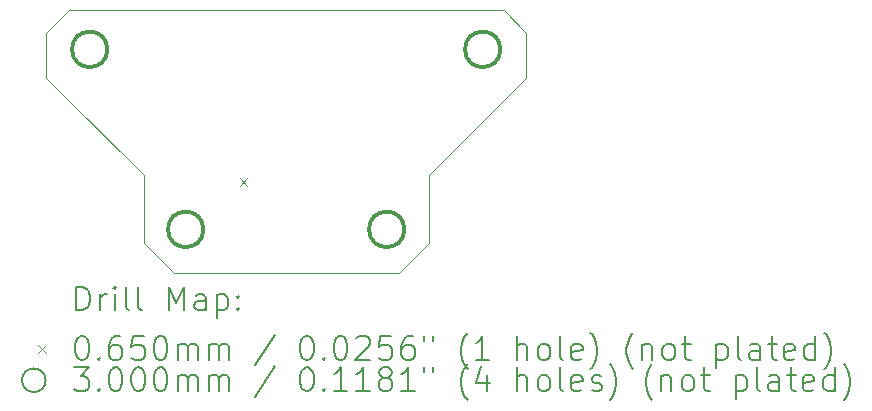
<source format=gbr>
%TF.GenerationSoftware,KiCad,Pcbnew,7.0.5*%
%TF.CreationDate,2024-03-06T09:17:30-05:00*%
%TF.ProjectId,SaberCord_Copy_Male,53616265-7243-46f7-9264-5f436f70795f,rev?*%
%TF.SameCoordinates,Original*%
%TF.FileFunction,Drillmap*%
%TF.FilePolarity,Positive*%
%FSLAX45Y45*%
G04 Gerber Fmt 4.5, Leading zero omitted, Abs format (unit mm)*
G04 Created by KiCad (PCBNEW 7.0.5) date 2024-03-06 09:17:30*
%MOMM*%
%LPD*%
G01*
G04 APERTURE LIST*
%ADD10C,0.100000*%
%ADD11C,0.200000*%
%ADD12C,0.065000*%
%ADD13C,0.300000*%
G04 APERTURE END LIST*
D10*
X15875000Y-7366000D02*
X16065500Y-7556500D01*
X16065500Y-7556500D02*
X16065500Y-7937500D01*
X14033500Y-7366000D02*
X15875000Y-7366000D01*
X12192000Y-7366000D02*
X14033500Y-7366000D01*
X12001500Y-7937500D02*
X12001500Y-7556500D01*
X16065500Y-7937500D02*
X15938500Y-8064500D01*
X12001500Y-7556500D02*
X12192000Y-7366000D01*
X12827000Y-8763000D02*
X12827000Y-9334500D01*
X15938500Y-8064500D02*
X15240000Y-8763000D01*
X15240000Y-8763000D02*
X15240000Y-9334500D01*
X14033500Y-9588500D02*
X13081000Y-9588500D01*
X12128500Y-8064500D02*
X12001500Y-7937500D01*
X14986000Y-9588500D02*
X14033500Y-9588500D01*
X13081000Y-9588500D02*
X12827000Y-9334500D01*
X12827000Y-8763000D02*
X12128500Y-8064500D01*
X15240000Y-9334500D02*
X14986000Y-9588500D01*
D11*
D12*
X13641000Y-8786500D02*
X13706000Y-8851500D01*
X13706000Y-8786500D02*
X13641000Y-8851500D01*
D13*
X12519800Y-7696200D02*
G75*
G03*
X12519800Y-7696200I-150000J0D01*
G01*
X13332600Y-9220200D02*
G75*
G03*
X13332600Y-9220200I-150000J0D01*
G01*
X15034400Y-9220200D02*
G75*
G03*
X15034400Y-9220200I-150000J0D01*
G01*
X15847200Y-7696200D02*
G75*
G03*
X15847200Y-7696200I-150000J0D01*
G01*
D11*
X12257277Y-9904984D02*
X12257277Y-9704984D01*
X12257277Y-9704984D02*
X12304896Y-9704984D01*
X12304896Y-9704984D02*
X12333467Y-9714508D01*
X12333467Y-9714508D02*
X12352515Y-9733555D01*
X12352515Y-9733555D02*
X12362039Y-9752603D01*
X12362039Y-9752603D02*
X12371562Y-9790698D01*
X12371562Y-9790698D02*
X12371562Y-9819270D01*
X12371562Y-9819270D02*
X12362039Y-9857365D01*
X12362039Y-9857365D02*
X12352515Y-9876412D01*
X12352515Y-9876412D02*
X12333467Y-9895460D01*
X12333467Y-9895460D02*
X12304896Y-9904984D01*
X12304896Y-9904984D02*
X12257277Y-9904984D01*
X12457277Y-9904984D02*
X12457277Y-9771650D01*
X12457277Y-9809746D02*
X12466801Y-9790698D01*
X12466801Y-9790698D02*
X12476324Y-9781174D01*
X12476324Y-9781174D02*
X12495372Y-9771650D01*
X12495372Y-9771650D02*
X12514420Y-9771650D01*
X12581086Y-9904984D02*
X12581086Y-9771650D01*
X12581086Y-9704984D02*
X12571562Y-9714508D01*
X12571562Y-9714508D02*
X12581086Y-9724031D01*
X12581086Y-9724031D02*
X12590610Y-9714508D01*
X12590610Y-9714508D02*
X12581086Y-9704984D01*
X12581086Y-9704984D02*
X12581086Y-9724031D01*
X12704896Y-9904984D02*
X12685848Y-9895460D01*
X12685848Y-9895460D02*
X12676324Y-9876412D01*
X12676324Y-9876412D02*
X12676324Y-9704984D01*
X12809658Y-9904984D02*
X12790610Y-9895460D01*
X12790610Y-9895460D02*
X12781086Y-9876412D01*
X12781086Y-9876412D02*
X12781086Y-9704984D01*
X13038229Y-9904984D02*
X13038229Y-9704984D01*
X13038229Y-9704984D02*
X13104896Y-9847841D01*
X13104896Y-9847841D02*
X13171562Y-9704984D01*
X13171562Y-9704984D02*
X13171562Y-9904984D01*
X13352515Y-9904984D02*
X13352515Y-9800222D01*
X13352515Y-9800222D02*
X13342991Y-9781174D01*
X13342991Y-9781174D02*
X13323943Y-9771650D01*
X13323943Y-9771650D02*
X13285848Y-9771650D01*
X13285848Y-9771650D02*
X13266801Y-9781174D01*
X13352515Y-9895460D02*
X13333467Y-9904984D01*
X13333467Y-9904984D02*
X13285848Y-9904984D01*
X13285848Y-9904984D02*
X13266801Y-9895460D01*
X13266801Y-9895460D02*
X13257277Y-9876412D01*
X13257277Y-9876412D02*
X13257277Y-9857365D01*
X13257277Y-9857365D02*
X13266801Y-9838317D01*
X13266801Y-9838317D02*
X13285848Y-9828793D01*
X13285848Y-9828793D02*
X13333467Y-9828793D01*
X13333467Y-9828793D02*
X13352515Y-9819270D01*
X13447753Y-9771650D02*
X13447753Y-9971650D01*
X13447753Y-9781174D02*
X13466801Y-9771650D01*
X13466801Y-9771650D02*
X13504896Y-9771650D01*
X13504896Y-9771650D02*
X13523943Y-9781174D01*
X13523943Y-9781174D02*
X13533467Y-9790698D01*
X13533467Y-9790698D02*
X13542991Y-9809746D01*
X13542991Y-9809746D02*
X13542991Y-9866889D01*
X13542991Y-9866889D02*
X13533467Y-9885936D01*
X13533467Y-9885936D02*
X13523943Y-9895460D01*
X13523943Y-9895460D02*
X13504896Y-9904984D01*
X13504896Y-9904984D02*
X13466801Y-9904984D01*
X13466801Y-9904984D02*
X13447753Y-9895460D01*
X13628705Y-9885936D02*
X13638229Y-9895460D01*
X13638229Y-9895460D02*
X13628705Y-9904984D01*
X13628705Y-9904984D02*
X13619182Y-9895460D01*
X13619182Y-9895460D02*
X13628705Y-9885936D01*
X13628705Y-9885936D02*
X13628705Y-9904984D01*
X13628705Y-9781174D02*
X13638229Y-9790698D01*
X13638229Y-9790698D02*
X13628705Y-9800222D01*
X13628705Y-9800222D02*
X13619182Y-9790698D01*
X13619182Y-9790698D02*
X13628705Y-9781174D01*
X13628705Y-9781174D02*
X13628705Y-9800222D01*
D12*
X11931500Y-10201000D02*
X11996500Y-10266000D01*
X11996500Y-10201000D02*
X11931500Y-10266000D01*
D11*
X12295372Y-10124984D02*
X12314420Y-10124984D01*
X12314420Y-10124984D02*
X12333467Y-10134508D01*
X12333467Y-10134508D02*
X12342991Y-10144031D01*
X12342991Y-10144031D02*
X12352515Y-10163079D01*
X12352515Y-10163079D02*
X12362039Y-10201174D01*
X12362039Y-10201174D02*
X12362039Y-10248793D01*
X12362039Y-10248793D02*
X12352515Y-10286889D01*
X12352515Y-10286889D02*
X12342991Y-10305936D01*
X12342991Y-10305936D02*
X12333467Y-10315460D01*
X12333467Y-10315460D02*
X12314420Y-10324984D01*
X12314420Y-10324984D02*
X12295372Y-10324984D01*
X12295372Y-10324984D02*
X12276324Y-10315460D01*
X12276324Y-10315460D02*
X12266801Y-10305936D01*
X12266801Y-10305936D02*
X12257277Y-10286889D01*
X12257277Y-10286889D02*
X12247753Y-10248793D01*
X12247753Y-10248793D02*
X12247753Y-10201174D01*
X12247753Y-10201174D02*
X12257277Y-10163079D01*
X12257277Y-10163079D02*
X12266801Y-10144031D01*
X12266801Y-10144031D02*
X12276324Y-10134508D01*
X12276324Y-10134508D02*
X12295372Y-10124984D01*
X12447753Y-10305936D02*
X12457277Y-10315460D01*
X12457277Y-10315460D02*
X12447753Y-10324984D01*
X12447753Y-10324984D02*
X12438229Y-10315460D01*
X12438229Y-10315460D02*
X12447753Y-10305936D01*
X12447753Y-10305936D02*
X12447753Y-10324984D01*
X12628705Y-10124984D02*
X12590610Y-10124984D01*
X12590610Y-10124984D02*
X12571562Y-10134508D01*
X12571562Y-10134508D02*
X12562039Y-10144031D01*
X12562039Y-10144031D02*
X12542991Y-10172603D01*
X12542991Y-10172603D02*
X12533467Y-10210698D01*
X12533467Y-10210698D02*
X12533467Y-10286889D01*
X12533467Y-10286889D02*
X12542991Y-10305936D01*
X12542991Y-10305936D02*
X12552515Y-10315460D01*
X12552515Y-10315460D02*
X12571562Y-10324984D01*
X12571562Y-10324984D02*
X12609658Y-10324984D01*
X12609658Y-10324984D02*
X12628705Y-10315460D01*
X12628705Y-10315460D02*
X12638229Y-10305936D01*
X12638229Y-10305936D02*
X12647753Y-10286889D01*
X12647753Y-10286889D02*
X12647753Y-10239270D01*
X12647753Y-10239270D02*
X12638229Y-10220222D01*
X12638229Y-10220222D02*
X12628705Y-10210698D01*
X12628705Y-10210698D02*
X12609658Y-10201174D01*
X12609658Y-10201174D02*
X12571562Y-10201174D01*
X12571562Y-10201174D02*
X12552515Y-10210698D01*
X12552515Y-10210698D02*
X12542991Y-10220222D01*
X12542991Y-10220222D02*
X12533467Y-10239270D01*
X12828705Y-10124984D02*
X12733467Y-10124984D01*
X12733467Y-10124984D02*
X12723943Y-10220222D01*
X12723943Y-10220222D02*
X12733467Y-10210698D01*
X12733467Y-10210698D02*
X12752515Y-10201174D01*
X12752515Y-10201174D02*
X12800134Y-10201174D01*
X12800134Y-10201174D02*
X12819182Y-10210698D01*
X12819182Y-10210698D02*
X12828705Y-10220222D01*
X12828705Y-10220222D02*
X12838229Y-10239270D01*
X12838229Y-10239270D02*
X12838229Y-10286889D01*
X12838229Y-10286889D02*
X12828705Y-10305936D01*
X12828705Y-10305936D02*
X12819182Y-10315460D01*
X12819182Y-10315460D02*
X12800134Y-10324984D01*
X12800134Y-10324984D02*
X12752515Y-10324984D01*
X12752515Y-10324984D02*
X12733467Y-10315460D01*
X12733467Y-10315460D02*
X12723943Y-10305936D01*
X12962039Y-10124984D02*
X12981086Y-10124984D01*
X12981086Y-10124984D02*
X13000134Y-10134508D01*
X13000134Y-10134508D02*
X13009658Y-10144031D01*
X13009658Y-10144031D02*
X13019182Y-10163079D01*
X13019182Y-10163079D02*
X13028705Y-10201174D01*
X13028705Y-10201174D02*
X13028705Y-10248793D01*
X13028705Y-10248793D02*
X13019182Y-10286889D01*
X13019182Y-10286889D02*
X13009658Y-10305936D01*
X13009658Y-10305936D02*
X13000134Y-10315460D01*
X13000134Y-10315460D02*
X12981086Y-10324984D01*
X12981086Y-10324984D02*
X12962039Y-10324984D01*
X12962039Y-10324984D02*
X12942991Y-10315460D01*
X12942991Y-10315460D02*
X12933467Y-10305936D01*
X12933467Y-10305936D02*
X12923943Y-10286889D01*
X12923943Y-10286889D02*
X12914420Y-10248793D01*
X12914420Y-10248793D02*
X12914420Y-10201174D01*
X12914420Y-10201174D02*
X12923943Y-10163079D01*
X12923943Y-10163079D02*
X12933467Y-10144031D01*
X12933467Y-10144031D02*
X12942991Y-10134508D01*
X12942991Y-10134508D02*
X12962039Y-10124984D01*
X13114420Y-10324984D02*
X13114420Y-10191650D01*
X13114420Y-10210698D02*
X13123943Y-10201174D01*
X13123943Y-10201174D02*
X13142991Y-10191650D01*
X13142991Y-10191650D02*
X13171563Y-10191650D01*
X13171563Y-10191650D02*
X13190610Y-10201174D01*
X13190610Y-10201174D02*
X13200134Y-10220222D01*
X13200134Y-10220222D02*
X13200134Y-10324984D01*
X13200134Y-10220222D02*
X13209658Y-10201174D01*
X13209658Y-10201174D02*
X13228705Y-10191650D01*
X13228705Y-10191650D02*
X13257277Y-10191650D01*
X13257277Y-10191650D02*
X13276324Y-10201174D01*
X13276324Y-10201174D02*
X13285848Y-10220222D01*
X13285848Y-10220222D02*
X13285848Y-10324984D01*
X13381086Y-10324984D02*
X13381086Y-10191650D01*
X13381086Y-10210698D02*
X13390610Y-10201174D01*
X13390610Y-10201174D02*
X13409658Y-10191650D01*
X13409658Y-10191650D02*
X13438229Y-10191650D01*
X13438229Y-10191650D02*
X13457277Y-10201174D01*
X13457277Y-10201174D02*
X13466801Y-10220222D01*
X13466801Y-10220222D02*
X13466801Y-10324984D01*
X13466801Y-10220222D02*
X13476324Y-10201174D01*
X13476324Y-10201174D02*
X13495372Y-10191650D01*
X13495372Y-10191650D02*
X13523943Y-10191650D01*
X13523943Y-10191650D02*
X13542991Y-10201174D01*
X13542991Y-10201174D02*
X13552515Y-10220222D01*
X13552515Y-10220222D02*
X13552515Y-10324984D01*
X13942991Y-10115460D02*
X13771563Y-10372603D01*
X14200134Y-10124984D02*
X14219182Y-10124984D01*
X14219182Y-10124984D02*
X14238229Y-10134508D01*
X14238229Y-10134508D02*
X14247753Y-10144031D01*
X14247753Y-10144031D02*
X14257277Y-10163079D01*
X14257277Y-10163079D02*
X14266801Y-10201174D01*
X14266801Y-10201174D02*
X14266801Y-10248793D01*
X14266801Y-10248793D02*
X14257277Y-10286889D01*
X14257277Y-10286889D02*
X14247753Y-10305936D01*
X14247753Y-10305936D02*
X14238229Y-10315460D01*
X14238229Y-10315460D02*
X14219182Y-10324984D01*
X14219182Y-10324984D02*
X14200134Y-10324984D01*
X14200134Y-10324984D02*
X14181086Y-10315460D01*
X14181086Y-10315460D02*
X14171563Y-10305936D01*
X14171563Y-10305936D02*
X14162039Y-10286889D01*
X14162039Y-10286889D02*
X14152515Y-10248793D01*
X14152515Y-10248793D02*
X14152515Y-10201174D01*
X14152515Y-10201174D02*
X14162039Y-10163079D01*
X14162039Y-10163079D02*
X14171563Y-10144031D01*
X14171563Y-10144031D02*
X14181086Y-10134508D01*
X14181086Y-10134508D02*
X14200134Y-10124984D01*
X14352515Y-10305936D02*
X14362039Y-10315460D01*
X14362039Y-10315460D02*
X14352515Y-10324984D01*
X14352515Y-10324984D02*
X14342991Y-10315460D01*
X14342991Y-10315460D02*
X14352515Y-10305936D01*
X14352515Y-10305936D02*
X14352515Y-10324984D01*
X14485848Y-10124984D02*
X14504896Y-10124984D01*
X14504896Y-10124984D02*
X14523944Y-10134508D01*
X14523944Y-10134508D02*
X14533467Y-10144031D01*
X14533467Y-10144031D02*
X14542991Y-10163079D01*
X14542991Y-10163079D02*
X14552515Y-10201174D01*
X14552515Y-10201174D02*
X14552515Y-10248793D01*
X14552515Y-10248793D02*
X14542991Y-10286889D01*
X14542991Y-10286889D02*
X14533467Y-10305936D01*
X14533467Y-10305936D02*
X14523944Y-10315460D01*
X14523944Y-10315460D02*
X14504896Y-10324984D01*
X14504896Y-10324984D02*
X14485848Y-10324984D01*
X14485848Y-10324984D02*
X14466801Y-10315460D01*
X14466801Y-10315460D02*
X14457277Y-10305936D01*
X14457277Y-10305936D02*
X14447753Y-10286889D01*
X14447753Y-10286889D02*
X14438229Y-10248793D01*
X14438229Y-10248793D02*
X14438229Y-10201174D01*
X14438229Y-10201174D02*
X14447753Y-10163079D01*
X14447753Y-10163079D02*
X14457277Y-10144031D01*
X14457277Y-10144031D02*
X14466801Y-10134508D01*
X14466801Y-10134508D02*
X14485848Y-10124984D01*
X14628706Y-10144031D02*
X14638229Y-10134508D01*
X14638229Y-10134508D02*
X14657277Y-10124984D01*
X14657277Y-10124984D02*
X14704896Y-10124984D01*
X14704896Y-10124984D02*
X14723944Y-10134508D01*
X14723944Y-10134508D02*
X14733467Y-10144031D01*
X14733467Y-10144031D02*
X14742991Y-10163079D01*
X14742991Y-10163079D02*
X14742991Y-10182127D01*
X14742991Y-10182127D02*
X14733467Y-10210698D01*
X14733467Y-10210698D02*
X14619182Y-10324984D01*
X14619182Y-10324984D02*
X14742991Y-10324984D01*
X14923944Y-10124984D02*
X14828706Y-10124984D01*
X14828706Y-10124984D02*
X14819182Y-10220222D01*
X14819182Y-10220222D02*
X14828706Y-10210698D01*
X14828706Y-10210698D02*
X14847753Y-10201174D01*
X14847753Y-10201174D02*
X14895372Y-10201174D01*
X14895372Y-10201174D02*
X14914420Y-10210698D01*
X14914420Y-10210698D02*
X14923944Y-10220222D01*
X14923944Y-10220222D02*
X14933467Y-10239270D01*
X14933467Y-10239270D02*
X14933467Y-10286889D01*
X14933467Y-10286889D02*
X14923944Y-10305936D01*
X14923944Y-10305936D02*
X14914420Y-10315460D01*
X14914420Y-10315460D02*
X14895372Y-10324984D01*
X14895372Y-10324984D02*
X14847753Y-10324984D01*
X14847753Y-10324984D02*
X14828706Y-10315460D01*
X14828706Y-10315460D02*
X14819182Y-10305936D01*
X15104896Y-10124984D02*
X15066801Y-10124984D01*
X15066801Y-10124984D02*
X15047753Y-10134508D01*
X15047753Y-10134508D02*
X15038229Y-10144031D01*
X15038229Y-10144031D02*
X15019182Y-10172603D01*
X15019182Y-10172603D02*
X15009658Y-10210698D01*
X15009658Y-10210698D02*
X15009658Y-10286889D01*
X15009658Y-10286889D02*
X15019182Y-10305936D01*
X15019182Y-10305936D02*
X15028706Y-10315460D01*
X15028706Y-10315460D02*
X15047753Y-10324984D01*
X15047753Y-10324984D02*
X15085848Y-10324984D01*
X15085848Y-10324984D02*
X15104896Y-10315460D01*
X15104896Y-10315460D02*
X15114420Y-10305936D01*
X15114420Y-10305936D02*
X15123944Y-10286889D01*
X15123944Y-10286889D02*
X15123944Y-10239270D01*
X15123944Y-10239270D02*
X15114420Y-10220222D01*
X15114420Y-10220222D02*
X15104896Y-10210698D01*
X15104896Y-10210698D02*
X15085848Y-10201174D01*
X15085848Y-10201174D02*
X15047753Y-10201174D01*
X15047753Y-10201174D02*
X15028706Y-10210698D01*
X15028706Y-10210698D02*
X15019182Y-10220222D01*
X15019182Y-10220222D02*
X15009658Y-10239270D01*
X15200134Y-10124984D02*
X15200134Y-10163079D01*
X15276325Y-10124984D02*
X15276325Y-10163079D01*
X15571563Y-10401174D02*
X15562039Y-10391650D01*
X15562039Y-10391650D02*
X15542991Y-10363079D01*
X15542991Y-10363079D02*
X15533468Y-10344031D01*
X15533468Y-10344031D02*
X15523944Y-10315460D01*
X15523944Y-10315460D02*
X15514420Y-10267841D01*
X15514420Y-10267841D02*
X15514420Y-10229746D01*
X15514420Y-10229746D02*
X15523944Y-10182127D01*
X15523944Y-10182127D02*
X15533468Y-10153555D01*
X15533468Y-10153555D02*
X15542991Y-10134508D01*
X15542991Y-10134508D02*
X15562039Y-10105936D01*
X15562039Y-10105936D02*
X15571563Y-10096412D01*
X15752515Y-10324984D02*
X15638229Y-10324984D01*
X15695372Y-10324984D02*
X15695372Y-10124984D01*
X15695372Y-10124984D02*
X15676325Y-10153555D01*
X15676325Y-10153555D02*
X15657277Y-10172603D01*
X15657277Y-10172603D02*
X15638229Y-10182127D01*
X15990610Y-10324984D02*
X15990610Y-10124984D01*
X16076325Y-10324984D02*
X16076325Y-10220222D01*
X16076325Y-10220222D02*
X16066801Y-10201174D01*
X16066801Y-10201174D02*
X16047753Y-10191650D01*
X16047753Y-10191650D02*
X16019182Y-10191650D01*
X16019182Y-10191650D02*
X16000134Y-10201174D01*
X16000134Y-10201174D02*
X15990610Y-10210698D01*
X16200134Y-10324984D02*
X16181087Y-10315460D01*
X16181087Y-10315460D02*
X16171563Y-10305936D01*
X16171563Y-10305936D02*
X16162039Y-10286889D01*
X16162039Y-10286889D02*
X16162039Y-10229746D01*
X16162039Y-10229746D02*
X16171563Y-10210698D01*
X16171563Y-10210698D02*
X16181087Y-10201174D01*
X16181087Y-10201174D02*
X16200134Y-10191650D01*
X16200134Y-10191650D02*
X16228706Y-10191650D01*
X16228706Y-10191650D02*
X16247753Y-10201174D01*
X16247753Y-10201174D02*
X16257277Y-10210698D01*
X16257277Y-10210698D02*
X16266801Y-10229746D01*
X16266801Y-10229746D02*
X16266801Y-10286889D01*
X16266801Y-10286889D02*
X16257277Y-10305936D01*
X16257277Y-10305936D02*
X16247753Y-10315460D01*
X16247753Y-10315460D02*
X16228706Y-10324984D01*
X16228706Y-10324984D02*
X16200134Y-10324984D01*
X16381087Y-10324984D02*
X16362039Y-10315460D01*
X16362039Y-10315460D02*
X16352515Y-10296412D01*
X16352515Y-10296412D02*
X16352515Y-10124984D01*
X16533468Y-10315460D02*
X16514420Y-10324984D01*
X16514420Y-10324984D02*
X16476325Y-10324984D01*
X16476325Y-10324984D02*
X16457277Y-10315460D01*
X16457277Y-10315460D02*
X16447753Y-10296412D01*
X16447753Y-10296412D02*
X16447753Y-10220222D01*
X16447753Y-10220222D02*
X16457277Y-10201174D01*
X16457277Y-10201174D02*
X16476325Y-10191650D01*
X16476325Y-10191650D02*
X16514420Y-10191650D01*
X16514420Y-10191650D02*
X16533468Y-10201174D01*
X16533468Y-10201174D02*
X16542991Y-10220222D01*
X16542991Y-10220222D02*
X16542991Y-10239270D01*
X16542991Y-10239270D02*
X16447753Y-10258317D01*
X16609658Y-10401174D02*
X16619182Y-10391650D01*
X16619182Y-10391650D02*
X16638230Y-10363079D01*
X16638230Y-10363079D02*
X16647753Y-10344031D01*
X16647753Y-10344031D02*
X16657277Y-10315460D01*
X16657277Y-10315460D02*
X16666801Y-10267841D01*
X16666801Y-10267841D02*
X16666801Y-10229746D01*
X16666801Y-10229746D02*
X16657277Y-10182127D01*
X16657277Y-10182127D02*
X16647753Y-10153555D01*
X16647753Y-10153555D02*
X16638230Y-10134508D01*
X16638230Y-10134508D02*
X16619182Y-10105936D01*
X16619182Y-10105936D02*
X16609658Y-10096412D01*
X16971563Y-10401174D02*
X16962039Y-10391650D01*
X16962039Y-10391650D02*
X16942992Y-10363079D01*
X16942992Y-10363079D02*
X16933468Y-10344031D01*
X16933468Y-10344031D02*
X16923944Y-10315460D01*
X16923944Y-10315460D02*
X16914420Y-10267841D01*
X16914420Y-10267841D02*
X16914420Y-10229746D01*
X16914420Y-10229746D02*
X16923944Y-10182127D01*
X16923944Y-10182127D02*
X16933468Y-10153555D01*
X16933468Y-10153555D02*
X16942992Y-10134508D01*
X16942992Y-10134508D02*
X16962039Y-10105936D01*
X16962039Y-10105936D02*
X16971563Y-10096412D01*
X17047753Y-10191650D02*
X17047753Y-10324984D01*
X17047753Y-10210698D02*
X17057277Y-10201174D01*
X17057277Y-10201174D02*
X17076325Y-10191650D01*
X17076325Y-10191650D02*
X17104896Y-10191650D01*
X17104896Y-10191650D02*
X17123944Y-10201174D01*
X17123944Y-10201174D02*
X17133468Y-10220222D01*
X17133468Y-10220222D02*
X17133468Y-10324984D01*
X17257277Y-10324984D02*
X17238230Y-10315460D01*
X17238230Y-10315460D02*
X17228706Y-10305936D01*
X17228706Y-10305936D02*
X17219182Y-10286889D01*
X17219182Y-10286889D02*
X17219182Y-10229746D01*
X17219182Y-10229746D02*
X17228706Y-10210698D01*
X17228706Y-10210698D02*
X17238230Y-10201174D01*
X17238230Y-10201174D02*
X17257277Y-10191650D01*
X17257277Y-10191650D02*
X17285849Y-10191650D01*
X17285849Y-10191650D02*
X17304896Y-10201174D01*
X17304896Y-10201174D02*
X17314420Y-10210698D01*
X17314420Y-10210698D02*
X17323944Y-10229746D01*
X17323944Y-10229746D02*
X17323944Y-10286889D01*
X17323944Y-10286889D02*
X17314420Y-10305936D01*
X17314420Y-10305936D02*
X17304896Y-10315460D01*
X17304896Y-10315460D02*
X17285849Y-10324984D01*
X17285849Y-10324984D02*
X17257277Y-10324984D01*
X17381087Y-10191650D02*
X17457277Y-10191650D01*
X17409658Y-10124984D02*
X17409658Y-10296412D01*
X17409658Y-10296412D02*
X17419182Y-10315460D01*
X17419182Y-10315460D02*
X17438230Y-10324984D01*
X17438230Y-10324984D02*
X17457277Y-10324984D01*
X17676325Y-10191650D02*
X17676325Y-10391650D01*
X17676325Y-10201174D02*
X17695373Y-10191650D01*
X17695373Y-10191650D02*
X17733468Y-10191650D01*
X17733468Y-10191650D02*
X17752515Y-10201174D01*
X17752515Y-10201174D02*
X17762039Y-10210698D01*
X17762039Y-10210698D02*
X17771563Y-10229746D01*
X17771563Y-10229746D02*
X17771563Y-10286889D01*
X17771563Y-10286889D02*
X17762039Y-10305936D01*
X17762039Y-10305936D02*
X17752515Y-10315460D01*
X17752515Y-10315460D02*
X17733468Y-10324984D01*
X17733468Y-10324984D02*
X17695373Y-10324984D01*
X17695373Y-10324984D02*
X17676325Y-10315460D01*
X17885849Y-10324984D02*
X17866801Y-10315460D01*
X17866801Y-10315460D02*
X17857277Y-10296412D01*
X17857277Y-10296412D02*
X17857277Y-10124984D01*
X18047754Y-10324984D02*
X18047754Y-10220222D01*
X18047754Y-10220222D02*
X18038230Y-10201174D01*
X18038230Y-10201174D02*
X18019182Y-10191650D01*
X18019182Y-10191650D02*
X17981087Y-10191650D01*
X17981087Y-10191650D02*
X17962039Y-10201174D01*
X18047754Y-10315460D02*
X18028706Y-10324984D01*
X18028706Y-10324984D02*
X17981087Y-10324984D01*
X17981087Y-10324984D02*
X17962039Y-10315460D01*
X17962039Y-10315460D02*
X17952515Y-10296412D01*
X17952515Y-10296412D02*
X17952515Y-10277365D01*
X17952515Y-10277365D02*
X17962039Y-10258317D01*
X17962039Y-10258317D02*
X17981087Y-10248793D01*
X17981087Y-10248793D02*
X18028706Y-10248793D01*
X18028706Y-10248793D02*
X18047754Y-10239270D01*
X18114420Y-10191650D02*
X18190611Y-10191650D01*
X18142992Y-10124984D02*
X18142992Y-10296412D01*
X18142992Y-10296412D02*
X18152515Y-10315460D01*
X18152515Y-10315460D02*
X18171563Y-10324984D01*
X18171563Y-10324984D02*
X18190611Y-10324984D01*
X18333468Y-10315460D02*
X18314420Y-10324984D01*
X18314420Y-10324984D02*
X18276325Y-10324984D01*
X18276325Y-10324984D02*
X18257277Y-10315460D01*
X18257277Y-10315460D02*
X18247754Y-10296412D01*
X18247754Y-10296412D02*
X18247754Y-10220222D01*
X18247754Y-10220222D02*
X18257277Y-10201174D01*
X18257277Y-10201174D02*
X18276325Y-10191650D01*
X18276325Y-10191650D02*
X18314420Y-10191650D01*
X18314420Y-10191650D02*
X18333468Y-10201174D01*
X18333468Y-10201174D02*
X18342992Y-10220222D01*
X18342992Y-10220222D02*
X18342992Y-10239270D01*
X18342992Y-10239270D02*
X18247754Y-10258317D01*
X18514420Y-10324984D02*
X18514420Y-10124984D01*
X18514420Y-10315460D02*
X18495373Y-10324984D01*
X18495373Y-10324984D02*
X18457277Y-10324984D01*
X18457277Y-10324984D02*
X18438230Y-10315460D01*
X18438230Y-10315460D02*
X18428706Y-10305936D01*
X18428706Y-10305936D02*
X18419182Y-10286889D01*
X18419182Y-10286889D02*
X18419182Y-10229746D01*
X18419182Y-10229746D02*
X18428706Y-10210698D01*
X18428706Y-10210698D02*
X18438230Y-10201174D01*
X18438230Y-10201174D02*
X18457277Y-10191650D01*
X18457277Y-10191650D02*
X18495373Y-10191650D01*
X18495373Y-10191650D02*
X18514420Y-10201174D01*
X18590611Y-10401174D02*
X18600135Y-10391650D01*
X18600135Y-10391650D02*
X18619182Y-10363079D01*
X18619182Y-10363079D02*
X18628706Y-10344031D01*
X18628706Y-10344031D02*
X18638230Y-10315460D01*
X18638230Y-10315460D02*
X18647754Y-10267841D01*
X18647754Y-10267841D02*
X18647754Y-10229746D01*
X18647754Y-10229746D02*
X18638230Y-10182127D01*
X18638230Y-10182127D02*
X18628706Y-10153555D01*
X18628706Y-10153555D02*
X18619182Y-10134508D01*
X18619182Y-10134508D02*
X18600135Y-10105936D01*
X18600135Y-10105936D02*
X18590611Y-10096412D01*
X11996500Y-10497500D02*
G75*
G03*
X11996500Y-10497500I-100000J0D01*
G01*
X12238229Y-10388984D02*
X12362039Y-10388984D01*
X12362039Y-10388984D02*
X12295372Y-10465174D01*
X12295372Y-10465174D02*
X12323943Y-10465174D01*
X12323943Y-10465174D02*
X12342991Y-10474698D01*
X12342991Y-10474698D02*
X12352515Y-10484222D01*
X12352515Y-10484222D02*
X12362039Y-10503270D01*
X12362039Y-10503270D02*
X12362039Y-10550889D01*
X12362039Y-10550889D02*
X12352515Y-10569936D01*
X12352515Y-10569936D02*
X12342991Y-10579460D01*
X12342991Y-10579460D02*
X12323943Y-10588984D01*
X12323943Y-10588984D02*
X12266801Y-10588984D01*
X12266801Y-10588984D02*
X12247753Y-10579460D01*
X12247753Y-10579460D02*
X12238229Y-10569936D01*
X12447753Y-10569936D02*
X12457277Y-10579460D01*
X12457277Y-10579460D02*
X12447753Y-10588984D01*
X12447753Y-10588984D02*
X12438229Y-10579460D01*
X12438229Y-10579460D02*
X12447753Y-10569936D01*
X12447753Y-10569936D02*
X12447753Y-10588984D01*
X12581086Y-10388984D02*
X12600134Y-10388984D01*
X12600134Y-10388984D02*
X12619182Y-10398508D01*
X12619182Y-10398508D02*
X12628705Y-10408031D01*
X12628705Y-10408031D02*
X12638229Y-10427079D01*
X12638229Y-10427079D02*
X12647753Y-10465174D01*
X12647753Y-10465174D02*
X12647753Y-10512793D01*
X12647753Y-10512793D02*
X12638229Y-10550889D01*
X12638229Y-10550889D02*
X12628705Y-10569936D01*
X12628705Y-10569936D02*
X12619182Y-10579460D01*
X12619182Y-10579460D02*
X12600134Y-10588984D01*
X12600134Y-10588984D02*
X12581086Y-10588984D01*
X12581086Y-10588984D02*
X12562039Y-10579460D01*
X12562039Y-10579460D02*
X12552515Y-10569936D01*
X12552515Y-10569936D02*
X12542991Y-10550889D01*
X12542991Y-10550889D02*
X12533467Y-10512793D01*
X12533467Y-10512793D02*
X12533467Y-10465174D01*
X12533467Y-10465174D02*
X12542991Y-10427079D01*
X12542991Y-10427079D02*
X12552515Y-10408031D01*
X12552515Y-10408031D02*
X12562039Y-10398508D01*
X12562039Y-10398508D02*
X12581086Y-10388984D01*
X12771562Y-10388984D02*
X12790610Y-10388984D01*
X12790610Y-10388984D02*
X12809658Y-10398508D01*
X12809658Y-10398508D02*
X12819182Y-10408031D01*
X12819182Y-10408031D02*
X12828705Y-10427079D01*
X12828705Y-10427079D02*
X12838229Y-10465174D01*
X12838229Y-10465174D02*
X12838229Y-10512793D01*
X12838229Y-10512793D02*
X12828705Y-10550889D01*
X12828705Y-10550889D02*
X12819182Y-10569936D01*
X12819182Y-10569936D02*
X12809658Y-10579460D01*
X12809658Y-10579460D02*
X12790610Y-10588984D01*
X12790610Y-10588984D02*
X12771562Y-10588984D01*
X12771562Y-10588984D02*
X12752515Y-10579460D01*
X12752515Y-10579460D02*
X12742991Y-10569936D01*
X12742991Y-10569936D02*
X12733467Y-10550889D01*
X12733467Y-10550889D02*
X12723943Y-10512793D01*
X12723943Y-10512793D02*
X12723943Y-10465174D01*
X12723943Y-10465174D02*
X12733467Y-10427079D01*
X12733467Y-10427079D02*
X12742991Y-10408031D01*
X12742991Y-10408031D02*
X12752515Y-10398508D01*
X12752515Y-10398508D02*
X12771562Y-10388984D01*
X12962039Y-10388984D02*
X12981086Y-10388984D01*
X12981086Y-10388984D02*
X13000134Y-10398508D01*
X13000134Y-10398508D02*
X13009658Y-10408031D01*
X13009658Y-10408031D02*
X13019182Y-10427079D01*
X13019182Y-10427079D02*
X13028705Y-10465174D01*
X13028705Y-10465174D02*
X13028705Y-10512793D01*
X13028705Y-10512793D02*
X13019182Y-10550889D01*
X13019182Y-10550889D02*
X13009658Y-10569936D01*
X13009658Y-10569936D02*
X13000134Y-10579460D01*
X13000134Y-10579460D02*
X12981086Y-10588984D01*
X12981086Y-10588984D02*
X12962039Y-10588984D01*
X12962039Y-10588984D02*
X12942991Y-10579460D01*
X12942991Y-10579460D02*
X12933467Y-10569936D01*
X12933467Y-10569936D02*
X12923943Y-10550889D01*
X12923943Y-10550889D02*
X12914420Y-10512793D01*
X12914420Y-10512793D02*
X12914420Y-10465174D01*
X12914420Y-10465174D02*
X12923943Y-10427079D01*
X12923943Y-10427079D02*
X12933467Y-10408031D01*
X12933467Y-10408031D02*
X12942991Y-10398508D01*
X12942991Y-10398508D02*
X12962039Y-10388984D01*
X13114420Y-10588984D02*
X13114420Y-10455650D01*
X13114420Y-10474698D02*
X13123943Y-10465174D01*
X13123943Y-10465174D02*
X13142991Y-10455650D01*
X13142991Y-10455650D02*
X13171563Y-10455650D01*
X13171563Y-10455650D02*
X13190610Y-10465174D01*
X13190610Y-10465174D02*
X13200134Y-10484222D01*
X13200134Y-10484222D02*
X13200134Y-10588984D01*
X13200134Y-10484222D02*
X13209658Y-10465174D01*
X13209658Y-10465174D02*
X13228705Y-10455650D01*
X13228705Y-10455650D02*
X13257277Y-10455650D01*
X13257277Y-10455650D02*
X13276324Y-10465174D01*
X13276324Y-10465174D02*
X13285848Y-10484222D01*
X13285848Y-10484222D02*
X13285848Y-10588984D01*
X13381086Y-10588984D02*
X13381086Y-10455650D01*
X13381086Y-10474698D02*
X13390610Y-10465174D01*
X13390610Y-10465174D02*
X13409658Y-10455650D01*
X13409658Y-10455650D02*
X13438229Y-10455650D01*
X13438229Y-10455650D02*
X13457277Y-10465174D01*
X13457277Y-10465174D02*
X13466801Y-10484222D01*
X13466801Y-10484222D02*
X13466801Y-10588984D01*
X13466801Y-10484222D02*
X13476324Y-10465174D01*
X13476324Y-10465174D02*
X13495372Y-10455650D01*
X13495372Y-10455650D02*
X13523943Y-10455650D01*
X13523943Y-10455650D02*
X13542991Y-10465174D01*
X13542991Y-10465174D02*
X13552515Y-10484222D01*
X13552515Y-10484222D02*
X13552515Y-10588984D01*
X13942991Y-10379460D02*
X13771563Y-10636603D01*
X14200134Y-10388984D02*
X14219182Y-10388984D01*
X14219182Y-10388984D02*
X14238229Y-10398508D01*
X14238229Y-10398508D02*
X14247753Y-10408031D01*
X14247753Y-10408031D02*
X14257277Y-10427079D01*
X14257277Y-10427079D02*
X14266801Y-10465174D01*
X14266801Y-10465174D02*
X14266801Y-10512793D01*
X14266801Y-10512793D02*
X14257277Y-10550889D01*
X14257277Y-10550889D02*
X14247753Y-10569936D01*
X14247753Y-10569936D02*
X14238229Y-10579460D01*
X14238229Y-10579460D02*
X14219182Y-10588984D01*
X14219182Y-10588984D02*
X14200134Y-10588984D01*
X14200134Y-10588984D02*
X14181086Y-10579460D01*
X14181086Y-10579460D02*
X14171563Y-10569936D01*
X14171563Y-10569936D02*
X14162039Y-10550889D01*
X14162039Y-10550889D02*
X14152515Y-10512793D01*
X14152515Y-10512793D02*
X14152515Y-10465174D01*
X14152515Y-10465174D02*
X14162039Y-10427079D01*
X14162039Y-10427079D02*
X14171563Y-10408031D01*
X14171563Y-10408031D02*
X14181086Y-10398508D01*
X14181086Y-10398508D02*
X14200134Y-10388984D01*
X14352515Y-10569936D02*
X14362039Y-10579460D01*
X14362039Y-10579460D02*
X14352515Y-10588984D01*
X14352515Y-10588984D02*
X14342991Y-10579460D01*
X14342991Y-10579460D02*
X14352515Y-10569936D01*
X14352515Y-10569936D02*
X14352515Y-10588984D01*
X14552515Y-10588984D02*
X14438229Y-10588984D01*
X14495372Y-10588984D02*
X14495372Y-10388984D01*
X14495372Y-10388984D02*
X14476325Y-10417555D01*
X14476325Y-10417555D02*
X14457277Y-10436603D01*
X14457277Y-10436603D02*
X14438229Y-10446127D01*
X14742991Y-10588984D02*
X14628706Y-10588984D01*
X14685848Y-10588984D02*
X14685848Y-10388984D01*
X14685848Y-10388984D02*
X14666801Y-10417555D01*
X14666801Y-10417555D02*
X14647753Y-10436603D01*
X14647753Y-10436603D02*
X14628706Y-10446127D01*
X14857277Y-10474698D02*
X14838229Y-10465174D01*
X14838229Y-10465174D02*
X14828706Y-10455650D01*
X14828706Y-10455650D02*
X14819182Y-10436603D01*
X14819182Y-10436603D02*
X14819182Y-10427079D01*
X14819182Y-10427079D02*
X14828706Y-10408031D01*
X14828706Y-10408031D02*
X14838229Y-10398508D01*
X14838229Y-10398508D02*
X14857277Y-10388984D01*
X14857277Y-10388984D02*
X14895372Y-10388984D01*
X14895372Y-10388984D02*
X14914420Y-10398508D01*
X14914420Y-10398508D02*
X14923944Y-10408031D01*
X14923944Y-10408031D02*
X14933467Y-10427079D01*
X14933467Y-10427079D02*
X14933467Y-10436603D01*
X14933467Y-10436603D02*
X14923944Y-10455650D01*
X14923944Y-10455650D02*
X14914420Y-10465174D01*
X14914420Y-10465174D02*
X14895372Y-10474698D01*
X14895372Y-10474698D02*
X14857277Y-10474698D01*
X14857277Y-10474698D02*
X14838229Y-10484222D01*
X14838229Y-10484222D02*
X14828706Y-10493746D01*
X14828706Y-10493746D02*
X14819182Y-10512793D01*
X14819182Y-10512793D02*
X14819182Y-10550889D01*
X14819182Y-10550889D02*
X14828706Y-10569936D01*
X14828706Y-10569936D02*
X14838229Y-10579460D01*
X14838229Y-10579460D02*
X14857277Y-10588984D01*
X14857277Y-10588984D02*
X14895372Y-10588984D01*
X14895372Y-10588984D02*
X14914420Y-10579460D01*
X14914420Y-10579460D02*
X14923944Y-10569936D01*
X14923944Y-10569936D02*
X14933467Y-10550889D01*
X14933467Y-10550889D02*
X14933467Y-10512793D01*
X14933467Y-10512793D02*
X14923944Y-10493746D01*
X14923944Y-10493746D02*
X14914420Y-10484222D01*
X14914420Y-10484222D02*
X14895372Y-10474698D01*
X15123944Y-10588984D02*
X15009658Y-10588984D01*
X15066801Y-10588984D02*
X15066801Y-10388984D01*
X15066801Y-10388984D02*
X15047753Y-10417555D01*
X15047753Y-10417555D02*
X15028706Y-10436603D01*
X15028706Y-10436603D02*
X15009658Y-10446127D01*
X15200134Y-10388984D02*
X15200134Y-10427079D01*
X15276325Y-10388984D02*
X15276325Y-10427079D01*
X15571563Y-10665174D02*
X15562039Y-10655650D01*
X15562039Y-10655650D02*
X15542991Y-10627079D01*
X15542991Y-10627079D02*
X15533468Y-10608031D01*
X15533468Y-10608031D02*
X15523944Y-10579460D01*
X15523944Y-10579460D02*
X15514420Y-10531841D01*
X15514420Y-10531841D02*
X15514420Y-10493746D01*
X15514420Y-10493746D02*
X15523944Y-10446127D01*
X15523944Y-10446127D02*
X15533468Y-10417555D01*
X15533468Y-10417555D02*
X15542991Y-10398508D01*
X15542991Y-10398508D02*
X15562039Y-10369936D01*
X15562039Y-10369936D02*
X15571563Y-10360412D01*
X15733468Y-10455650D02*
X15733468Y-10588984D01*
X15685848Y-10379460D02*
X15638229Y-10522317D01*
X15638229Y-10522317D02*
X15762039Y-10522317D01*
X15990610Y-10588984D02*
X15990610Y-10388984D01*
X16076325Y-10588984D02*
X16076325Y-10484222D01*
X16076325Y-10484222D02*
X16066801Y-10465174D01*
X16066801Y-10465174D02*
X16047753Y-10455650D01*
X16047753Y-10455650D02*
X16019182Y-10455650D01*
X16019182Y-10455650D02*
X16000134Y-10465174D01*
X16000134Y-10465174D02*
X15990610Y-10474698D01*
X16200134Y-10588984D02*
X16181087Y-10579460D01*
X16181087Y-10579460D02*
X16171563Y-10569936D01*
X16171563Y-10569936D02*
X16162039Y-10550889D01*
X16162039Y-10550889D02*
X16162039Y-10493746D01*
X16162039Y-10493746D02*
X16171563Y-10474698D01*
X16171563Y-10474698D02*
X16181087Y-10465174D01*
X16181087Y-10465174D02*
X16200134Y-10455650D01*
X16200134Y-10455650D02*
X16228706Y-10455650D01*
X16228706Y-10455650D02*
X16247753Y-10465174D01*
X16247753Y-10465174D02*
X16257277Y-10474698D01*
X16257277Y-10474698D02*
X16266801Y-10493746D01*
X16266801Y-10493746D02*
X16266801Y-10550889D01*
X16266801Y-10550889D02*
X16257277Y-10569936D01*
X16257277Y-10569936D02*
X16247753Y-10579460D01*
X16247753Y-10579460D02*
X16228706Y-10588984D01*
X16228706Y-10588984D02*
X16200134Y-10588984D01*
X16381087Y-10588984D02*
X16362039Y-10579460D01*
X16362039Y-10579460D02*
X16352515Y-10560412D01*
X16352515Y-10560412D02*
X16352515Y-10388984D01*
X16533468Y-10579460D02*
X16514420Y-10588984D01*
X16514420Y-10588984D02*
X16476325Y-10588984D01*
X16476325Y-10588984D02*
X16457277Y-10579460D01*
X16457277Y-10579460D02*
X16447753Y-10560412D01*
X16447753Y-10560412D02*
X16447753Y-10484222D01*
X16447753Y-10484222D02*
X16457277Y-10465174D01*
X16457277Y-10465174D02*
X16476325Y-10455650D01*
X16476325Y-10455650D02*
X16514420Y-10455650D01*
X16514420Y-10455650D02*
X16533468Y-10465174D01*
X16533468Y-10465174D02*
X16542991Y-10484222D01*
X16542991Y-10484222D02*
X16542991Y-10503270D01*
X16542991Y-10503270D02*
X16447753Y-10522317D01*
X16619182Y-10579460D02*
X16638230Y-10588984D01*
X16638230Y-10588984D02*
X16676325Y-10588984D01*
X16676325Y-10588984D02*
X16695372Y-10579460D01*
X16695372Y-10579460D02*
X16704896Y-10560412D01*
X16704896Y-10560412D02*
X16704896Y-10550889D01*
X16704896Y-10550889D02*
X16695372Y-10531841D01*
X16695372Y-10531841D02*
X16676325Y-10522317D01*
X16676325Y-10522317D02*
X16647753Y-10522317D01*
X16647753Y-10522317D02*
X16628706Y-10512793D01*
X16628706Y-10512793D02*
X16619182Y-10493746D01*
X16619182Y-10493746D02*
X16619182Y-10484222D01*
X16619182Y-10484222D02*
X16628706Y-10465174D01*
X16628706Y-10465174D02*
X16647753Y-10455650D01*
X16647753Y-10455650D02*
X16676325Y-10455650D01*
X16676325Y-10455650D02*
X16695372Y-10465174D01*
X16771563Y-10665174D02*
X16781087Y-10655650D01*
X16781087Y-10655650D02*
X16800134Y-10627079D01*
X16800134Y-10627079D02*
X16809658Y-10608031D01*
X16809658Y-10608031D02*
X16819182Y-10579460D01*
X16819182Y-10579460D02*
X16828706Y-10531841D01*
X16828706Y-10531841D02*
X16828706Y-10493746D01*
X16828706Y-10493746D02*
X16819182Y-10446127D01*
X16819182Y-10446127D02*
X16809658Y-10417555D01*
X16809658Y-10417555D02*
X16800134Y-10398508D01*
X16800134Y-10398508D02*
X16781087Y-10369936D01*
X16781087Y-10369936D02*
X16771563Y-10360412D01*
X17133468Y-10665174D02*
X17123944Y-10655650D01*
X17123944Y-10655650D02*
X17104896Y-10627079D01*
X17104896Y-10627079D02*
X17095373Y-10608031D01*
X17095373Y-10608031D02*
X17085849Y-10579460D01*
X17085849Y-10579460D02*
X17076325Y-10531841D01*
X17076325Y-10531841D02*
X17076325Y-10493746D01*
X17076325Y-10493746D02*
X17085849Y-10446127D01*
X17085849Y-10446127D02*
X17095373Y-10417555D01*
X17095373Y-10417555D02*
X17104896Y-10398508D01*
X17104896Y-10398508D02*
X17123944Y-10369936D01*
X17123944Y-10369936D02*
X17133468Y-10360412D01*
X17209658Y-10455650D02*
X17209658Y-10588984D01*
X17209658Y-10474698D02*
X17219182Y-10465174D01*
X17219182Y-10465174D02*
X17238230Y-10455650D01*
X17238230Y-10455650D02*
X17266801Y-10455650D01*
X17266801Y-10455650D02*
X17285849Y-10465174D01*
X17285849Y-10465174D02*
X17295373Y-10484222D01*
X17295373Y-10484222D02*
X17295373Y-10588984D01*
X17419182Y-10588984D02*
X17400134Y-10579460D01*
X17400134Y-10579460D02*
X17390611Y-10569936D01*
X17390611Y-10569936D02*
X17381087Y-10550889D01*
X17381087Y-10550889D02*
X17381087Y-10493746D01*
X17381087Y-10493746D02*
X17390611Y-10474698D01*
X17390611Y-10474698D02*
X17400134Y-10465174D01*
X17400134Y-10465174D02*
X17419182Y-10455650D01*
X17419182Y-10455650D02*
X17447754Y-10455650D01*
X17447754Y-10455650D02*
X17466801Y-10465174D01*
X17466801Y-10465174D02*
X17476325Y-10474698D01*
X17476325Y-10474698D02*
X17485849Y-10493746D01*
X17485849Y-10493746D02*
X17485849Y-10550889D01*
X17485849Y-10550889D02*
X17476325Y-10569936D01*
X17476325Y-10569936D02*
X17466801Y-10579460D01*
X17466801Y-10579460D02*
X17447754Y-10588984D01*
X17447754Y-10588984D02*
X17419182Y-10588984D01*
X17542992Y-10455650D02*
X17619182Y-10455650D01*
X17571563Y-10388984D02*
X17571563Y-10560412D01*
X17571563Y-10560412D02*
X17581087Y-10579460D01*
X17581087Y-10579460D02*
X17600134Y-10588984D01*
X17600134Y-10588984D02*
X17619182Y-10588984D01*
X17838230Y-10455650D02*
X17838230Y-10655650D01*
X17838230Y-10465174D02*
X17857277Y-10455650D01*
X17857277Y-10455650D02*
X17895373Y-10455650D01*
X17895373Y-10455650D02*
X17914420Y-10465174D01*
X17914420Y-10465174D02*
X17923944Y-10474698D01*
X17923944Y-10474698D02*
X17933468Y-10493746D01*
X17933468Y-10493746D02*
X17933468Y-10550889D01*
X17933468Y-10550889D02*
X17923944Y-10569936D01*
X17923944Y-10569936D02*
X17914420Y-10579460D01*
X17914420Y-10579460D02*
X17895373Y-10588984D01*
X17895373Y-10588984D02*
X17857277Y-10588984D01*
X17857277Y-10588984D02*
X17838230Y-10579460D01*
X18047754Y-10588984D02*
X18028706Y-10579460D01*
X18028706Y-10579460D02*
X18019182Y-10560412D01*
X18019182Y-10560412D02*
X18019182Y-10388984D01*
X18209658Y-10588984D02*
X18209658Y-10484222D01*
X18209658Y-10484222D02*
X18200135Y-10465174D01*
X18200135Y-10465174D02*
X18181087Y-10455650D01*
X18181087Y-10455650D02*
X18142992Y-10455650D01*
X18142992Y-10455650D02*
X18123944Y-10465174D01*
X18209658Y-10579460D02*
X18190611Y-10588984D01*
X18190611Y-10588984D02*
X18142992Y-10588984D01*
X18142992Y-10588984D02*
X18123944Y-10579460D01*
X18123944Y-10579460D02*
X18114420Y-10560412D01*
X18114420Y-10560412D02*
X18114420Y-10541365D01*
X18114420Y-10541365D02*
X18123944Y-10522317D01*
X18123944Y-10522317D02*
X18142992Y-10512793D01*
X18142992Y-10512793D02*
X18190611Y-10512793D01*
X18190611Y-10512793D02*
X18209658Y-10503270D01*
X18276325Y-10455650D02*
X18352515Y-10455650D01*
X18304896Y-10388984D02*
X18304896Y-10560412D01*
X18304896Y-10560412D02*
X18314420Y-10579460D01*
X18314420Y-10579460D02*
X18333468Y-10588984D01*
X18333468Y-10588984D02*
X18352515Y-10588984D01*
X18495373Y-10579460D02*
X18476325Y-10588984D01*
X18476325Y-10588984D02*
X18438230Y-10588984D01*
X18438230Y-10588984D02*
X18419182Y-10579460D01*
X18419182Y-10579460D02*
X18409658Y-10560412D01*
X18409658Y-10560412D02*
X18409658Y-10484222D01*
X18409658Y-10484222D02*
X18419182Y-10465174D01*
X18419182Y-10465174D02*
X18438230Y-10455650D01*
X18438230Y-10455650D02*
X18476325Y-10455650D01*
X18476325Y-10455650D02*
X18495373Y-10465174D01*
X18495373Y-10465174D02*
X18504896Y-10484222D01*
X18504896Y-10484222D02*
X18504896Y-10503270D01*
X18504896Y-10503270D02*
X18409658Y-10522317D01*
X18676325Y-10588984D02*
X18676325Y-10388984D01*
X18676325Y-10579460D02*
X18657277Y-10588984D01*
X18657277Y-10588984D02*
X18619182Y-10588984D01*
X18619182Y-10588984D02*
X18600135Y-10579460D01*
X18600135Y-10579460D02*
X18590611Y-10569936D01*
X18590611Y-10569936D02*
X18581087Y-10550889D01*
X18581087Y-10550889D02*
X18581087Y-10493746D01*
X18581087Y-10493746D02*
X18590611Y-10474698D01*
X18590611Y-10474698D02*
X18600135Y-10465174D01*
X18600135Y-10465174D02*
X18619182Y-10455650D01*
X18619182Y-10455650D02*
X18657277Y-10455650D01*
X18657277Y-10455650D02*
X18676325Y-10465174D01*
X18752516Y-10665174D02*
X18762039Y-10655650D01*
X18762039Y-10655650D02*
X18781087Y-10627079D01*
X18781087Y-10627079D02*
X18790611Y-10608031D01*
X18790611Y-10608031D02*
X18800135Y-10579460D01*
X18800135Y-10579460D02*
X18809658Y-10531841D01*
X18809658Y-10531841D02*
X18809658Y-10493746D01*
X18809658Y-10493746D02*
X18800135Y-10446127D01*
X18800135Y-10446127D02*
X18790611Y-10417555D01*
X18790611Y-10417555D02*
X18781087Y-10398508D01*
X18781087Y-10398508D02*
X18762039Y-10369936D01*
X18762039Y-10369936D02*
X18752516Y-10360412D01*
M02*

</source>
